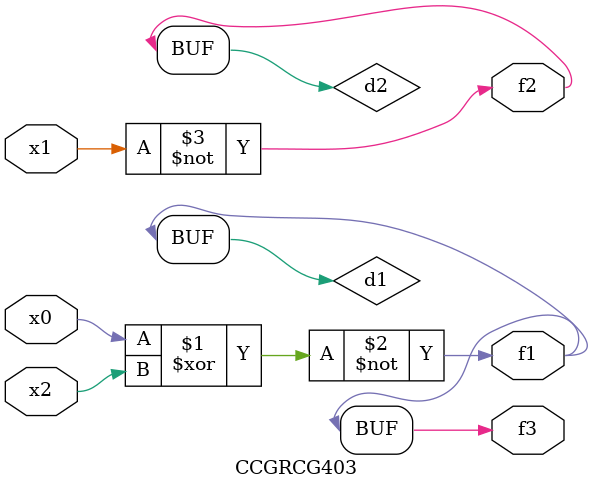
<source format=v>
module CCGRCG403(
	input x0, x1, x2,
	output f1, f2, f3
);

	wire d1, d2, d3;

	xnor (d1, x0, x2);
	nand (d2, x1);
	nor (d3, x1, x2);
	assign f1 = d1;
	assign f2 = d2;
	assign f3 = d1;
endmodule

</source>
